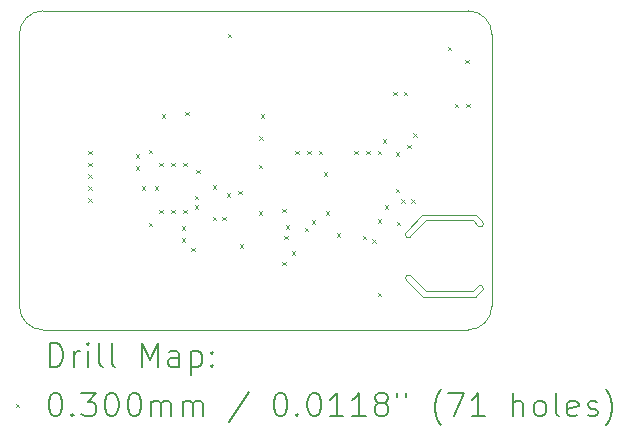
<source format=gbr>
%TF.GenerationSoftware,KiCad,Pcbnew,8.0.2*%
%TF.CreationDate,2024-05-05T20:12:36+02:00*%
%TF.ProjectId,sensor_board_voc_temp,73656e73-6f72-45f6-926f-6172645f766f,A*%
%TF.SameCoordinates,Original*%
%TF.FileFunction,Drillmap*%
%TF.FilePolarity,Positive*%
%FSLAX45Y45*%
G04 Gerber Fmt 4.5, Leading zero omitted, Abs format (unit mm)*
G04 Created by KiCad (PCBNEW 8.0.2) date 2024-05-05 20:12:36*
%MOMM*%
%LPD*%
G01*
G04 APERTURE LIST*
%ADD10C,0.050000*%
%ADD11C,0.200000*%
%ADD12C,0.100000*%
G04 APERTURE END LIST*
D10*
X6800000Y-3000000D02*
G75*
G02*
X7000000Y-3200000I0J-200000D01*
G01*
X6303889Y-5239213D02*
X6440785Y-5375463D01*
X6840173Y-5375011D01*
X6882322Y-5332322D01*
X6886111Y-5329213D01*
X6895123Y-5325480D01*
X6904877Y-5325480D01*
X6913889Y-5329213D01*
X6920787Y-5336111D01*
X6924520Y-5345123D01*
X6924520Y-5354877D01*
X6920787Y-5363889D01*
X6867678Y-5417678D01*
X6863890Y-5420786D01*
X6863889Y-5420787D01*
X6854877Y-5424520D01*
X6430000Y-5425000D01*
X6425123Y-5424520D01*
X6416111Y-5420787D01*
X6416090Y-5420766D01*
X6272322Y-5277678D01*
X6269213Y-5273889D01*
X6265480Y-5264877D01*
X6265480Y-5255123D01*
X6269213Y-5246111D01*
X6276111Y-5239213D01*
X6285123Y-5235480D01*
X6294877Y-5235480D01*
X6303889Y-5239213D01*
X7000000Y-5500000D02*
G75*
G02*
X6800000Y-5700000I-200000J0D01*
G01*
X6854877Y-4725480D02*
X6863889Y-4729213D01*
X6863897Y-4729221D01*
X6917678Y-4782322D01*
X6920787Y-4786111D01*
X6924520Y-4795123D01*
X6924520Y-4804877D01*
X6920787Y-4813889D01*
X6913889Y-4820787D01*
X6904877Y-4824520D01*
X6895123Y-4824520D01*
X6886111Y-4820787D01*
X6839269Y-4774537D01*
X6439739Y-4774989D01*
X6307678Y-4907678D01*
X6303889Y-4910787D01*
X6294877Y-4914520D01*
X6285123Y-4914520D01*
X6276111Y-4910787D01*
X6269213Y-4903889D01*
X6265480Y-4894877D01*
X6265480Y-4885123D01*
X6269213Y-4876111D01*
X6412322Y-4732322D01*
X6416110Y-4729214D01*
X6416111Y-4729213D01*
X6425123Y-4725480D01*
X6850000Y-4725000D01*
X6854877Y-4725480D01*
X3000000Y-3200000D02*
G75*
G02*
X3200000Y-3000000I200000J0D01*
G01*
X3000000Y-5500000D02*
X3000000Y-3200000D01*
X7000000Y-3200000D02*
X7000000Y-5500000D01*
X3200000Y-5700000D02*
G75*
G02*
X3000000Y-5500000I0J200000D01*
G01*
X3200000Y-3000000D02*
X6800000Y-3000000D01*
X6800000Y-5700000D02*
X3200000Y-5700000D01*
D11*
D12*
X3585000Y-4185000D02*
X3615000Y-4215000D01*
X3615000Y-4185000D02*
X3585000Y-4215000D01*
X3585000Y-4285000D02*
X3615000Y-4315000D01*
X3615000Y-4285000D02*
X3585000Y-4315000D01*
X3585000Y-4385000D02*
X3615000Y-4415000D01*
X3615000Y-4385000D02*
X3585000Y-4415000D01*
X3585000Y-4485000D02*
X3615000Y-4515000D01*
X3615000Y-4485000D02*
X3585000Y-4515000D01*
X3585000Y-4585000D02*
X3615000Y-4615000D01*
X3615000Y-4585000D02*
X3585000Y-4615000D01*
X3985000Y-4215000D02*
X4015000Y-4245000D01*
X4015000Y-4215000D02*
X3985000Y-4245000D01*
X3985000Y-4315000D02*
X4015000Y-4345000D01*
X4015000Y-4315000D02*
X3985000Y-4345000D01*
X4035000Y-4485000D02*
X4065000Y-4515000D01*
X4065000Y-4485000D02*
X4035000Y-4515000D01*
X4095000Y-4175000D02*
X4125000Y-4205000D01*
X4125000Y-4175000D02*
X4095000Y-4205000D01*
X4095000Y-4795000D02*
X4125000Y-4825000D01*
X4125000Y-4795000D02*
X4095000Y-4825000D01*
X4145000Y-4485000D02*
X4175000Y-4515000D01*
X4175000Y-4485000D02*
X4145000Y-4515000D01*
X4185000Y-4285000D02*
X4215000Y-4315000D01*
X4215000Y-4285000D02*
X4185000Y-4315000D01*
X4185000Y-4685000D02*
X4215000Y-4715000D01*
X4215000Y-4685000D02*
X4185000Y-4715000D01*
X4205000Y-3875000D02*
X4235000Y-3905000D01*
X4235000Y-3875000D02*
X4205000Y-3905000D01*
X4285000Y-4285000D02*
X4315000Y-4315000D01*
X4315000Y-4285000D02*
X4285000Y-4315000D01*
X4285000Y-4685000D02*
X4315000Y-4715000D01*
X4315000Y-4685000D02*
X4285000Y-4715000D01*
X4375000Y-4825000D02*
X4405000Y-4855000D01*
X4405000Y-4825000D02*
X4375000Y-4855000D01*
X4375000Y-4925000D02*
X4405000Y-4955000D01*
X4405000Y-4925000D02*
X4375000Y-4955000D01*
X4385000Y-4285000D02*
X4415000Y-4315000D01*
X4415000Y-4285000D02*
X4385000Y-4315000D01*
X4385000Y-4685000D02*
X4415000Y-4715000D01*
X4415000Y-4685000D02*
X4385000Y-4715000D01*
X4405000Y-3855000D02*
X4435000Y-3885000D01*
X4435000Y-3855000D02*
X4405000Y-3885000D01*
X4455000Y-5005000D02*
X4485000Y-5035000D01*
X4485000Y-5005000D02*
X4455000Y-5035000D01*
X4485000Y-4565000D02*
X4515000Y-4595000D01*
X4515000Y-4565000D02*
X4485000Y-4595000D01*
X4485000Y-4645000D02*
X4515000Y-4675000D01*
X4515000Y-4645000D02*
X4485000Y-4675000D01*
X4495000Y-4345000D02*
X4525000Y-4375000D01*
X4525000Y-4345000D02*
X4495000Y-4375000D01*
X4635000Y-4475000D02*
X4665000Y-4505000D01*
X4665000Y-4475000D02*
X4635000Y-4505000D01*
X4635000Y-4745000D02*
X4665000Y-4775000D01*
X4665000Y-4745000D02*
X4635000Y-4775000D01*
X4715000Y-4745000D02*
X4745000Y-4775000D01*
X4745000Y-4745000D02*
X4715000Y-4775000D01*
X4755000Y-4545000D02*
X4785000Y-4575000D01*
X4785000Y-4545000D02*
X4755000Y-4575000D01*
X4765000Y-3195000D02*
X4795000Y-3225000D01*
X4795000Y-3195000D02*
X4765000Y-3225000D01*
X4855000Y-4525000D02*
X4885000Y-4555000D01*
X4885000Y-4525000D02*
X4855000Y-4555000D01*
X4865000Y-4975000D02*
X4895000Y-5005000D01*
X4895000Y-4975000D02*
X4865000Y-5005000D01*
X5025000Y-4305000D02*
X5055000Y-4335000D01*
X5055000Y-4305000D02*
X5025000Y-4335000D01*
X5025000Y-4695000D02*
X5055000Y-4725000D01*
X5055000Y-4695000D02*
X5025000Y-4725000D01*
X5032143Y-4061791D02*
X5062143Y-4091791D01*
X5062143Y-4061791D02*
X5032143Y-4091791D01*
X5045000Y-3875000D02*
X5075000Y-3905000D01*
X5075000Y-3875000D02*
X5045000Y-3905000D01*
X5225000Y-4675000D02*
X5255000Y-4705000D01*
X5255000Y-4675000D02*
X5225000Y-4705000D01*
X5225000Y-5125000D02*
X5255000Y-5155000D01*
X5255000Y-5125000D02*
X5225000Y-5155000D01*
X5240000Y-4905147D02*
X5270000Y-4935147D01*
X5270000Y-4905147D02*
X5240000Y-4935147D01*
X5255000Y-4815000D02*
X5285000Y-4845000D01*
X5285000Y-4815000D02*
X5255000Y-4845000D01*
X5305000Y-5035000D02*
X5335000Y-5065000D01*
X5335000Y-5035000D02*
X5305000Y-5065000D01*
X5335000Y-4185000D02*
X5365000Y-4215000D01*
X5365000Y-4185000D02*
X5335000Y-4215000D01*
X5415000Y-4835000D02*
X5445000Y-4865000D01*
X5445000Y-4835000D02*
X5415000Y-4865000D01*
X5435000Y-4185000D02*
X5465000Y-4215000D01*
X5465000Y-4185000D02*
X5435000Y-4215000D01*
X5475000Y-4775000D02*
X5505000Y-4805000D01*
X5505000Y-4775000D02*
X5475000Y-4805000D01*
X5535000Y-4185000D02*
X5565000Y-4215000D01*
X5565000Y-4185000D02*
X5535000Y-4215000D01*
X5575000Y-4365000D02*
X5605000Y-4395000D01*
X5605000Y-4365000D02*
X5575000Y-4395000D01*
X5595000Y-4695000D02*
X5625000Y-4725000D01*
X5625000Y-4695000D02*
X5595000Y-4725000D01*
X5685000Y-4885000D02*
X5715000Y-4915000D01*
X5715000Y-4885000D02*
X5685000Y-4915000D01*
X5835000Y-4185000D02*
X5865000Y-4215000D01*
X5865000Y-4185000D02*
X5835000Y-4215000D01*
X5905000Y-4905000D02*
X5935000Y-4935000D01*
X5935000Y-4905000D02*
X5905000Y-4935000D01*
X5935000Y-4185000D02*
X5965000Y-4215000D01*
X5965000Y-4185000D02*
X5935000Y-4215000D01*
X5985000Y-4935000D02*
X6015000Y-4965000D01*
X6015000Y-4935000D02*
X5985000Y-4965000D01*
X6035000Y-4185000D02*
X6065000Y-4215000D01*
X6065000Y-4185000D02*
X6035000Y-4215000D01*
X6035000Y-4765000D02*
X6065000Y-4795000D01*
X6065000Y-4765000D02*
X6035000Y-4795000D01*
X6035000Y-5385000D02*
X6065000Y-5415000D01*
X6065000Y-5385000D02*
X6035000Y-5415000D01*
X6075000Y-4085000D02*
X6105000Y-4115000D01*
X6105000Y-4085000D02*
X6075000Y-4115000D01*
X6092573Y-4647427D02*
X6122573Y-4677427D01*
X6122573Y-4647427D02*
X6092573Y-4677427D01*
X6165000Y-3685000D02*
X6195000Y-3715000D01*
X6195000Y-3685000D02*
X6165000Y-3715000D01*
X6185000Y-4195000D02*
X6215000Y-4225000D01*
X6215000Y-4195000D02*
X6185000Y-4225000D01*
X6185000Y-4505000D02*
X6215000Y-4535000D01*
X6215000Y-4505000D02*
X6185000Y-4535000D01*
X6195000Y-4785000D02*
X6225000Y-4815000D01*
X6225000Y-4785000D02*
X6195000Y-4815000D01*
X6235000Y-4595000D02*
X6265000Y-4625000D01*
X6265000Y-4595000D02*
X6235000Y-4625000D01*
X6255000Y-3685000D02*
X6285000Y-3715000D01*
X6285000Y-3685000D02*
X6255000Y-3715000D01*
X6285000Y-4135000D02*
X6315000Y-4165000D01*
X6315000Y-4135000D02*
X6285000Y-4165000D01*
X6317426Y-4597427D02*
X6347426Y-4627427D01*
X6347426Y-4597427D02*
X6317426Y-4627427D01*
X6335000Y-4035000D02*
X6365000Y-4065000D01*
X6365000Y-4035000D02*
X6335000Y-4065000D01*
X6625000Y-3305000D02*
X6655000Y-3335000D01*
X6655000Y-3305000D02*
X6625000Y-3335000D01*
X6685000Y-3785000D02*
X6715000Y-3815000D01*
X6715000Y-3785000D02*
X6685000Y-3815000D01*
X6775000Y-3415000D02*
X6805000Y-3445000D01*
X6805000Y-3415000D02*
X6775000Y-3445000D01*
X6785000Y-3785000D02*
X6815000Y-3815000D01*
X6815000Y-3785000D02*
X6785000Y-3815000D01*
D11*
X3258277Y-6013984D02*
X3258277Y-5813984D01*
X3258277Y-5813984D02*
X3305896Y-5813984D01*
X3305896Y-5813984D02*
X3334467Y-5823508D01*
X3334467Y-5823508D02*
X3353515Y-5842555D01*
X3353515Y-5842555D02*
X3363039Y-5861603D01*
X3363039Y-5861603D02*
X3372562Y-5899698D01*
X3372562Y-5899698D02*
X3372562Y-5928269D01*
X3372562Y-5928269D02*
X3363039Y-5966365D01*
X3363039Y-5966365D02*
X3353515Y-5985412D01*
X3353515Y-5985412D02*
X3334467Y-6004460D01*
X3334467Y-6004460D02*
X3305896Y-6013984D01*
X3305896Y-6013984D02*
X3258277Y-6013984D01*
X3458277Y-6013984D02*
X3458277Y-5880650D01*
X3458277Y-5918746D02*
X3467801Y-5899698D01*
X3467801Y-5899698D02*
X3477324Y-5890174D01*
X3477324Y-5890174D02*
X3496372Y-5880650D01*
X3496372Y-5880650D02*
X3515420Y-5880650D01*
X3582086Y-6013984D02*
X3582086Y-5880650D01*
X3582086Y-5813984D02*
X3572562Y-5823508D01*
X3572562Y-5823508D02*
X3582086Y-5833031D01*
X3582086Y-5833031D02*
X3591610Y-5823508D01*
X3591610Y-5823508D02*
X3582086Y-5813984D01*
X3582086Y-5813984D02*
X3582086Y-5833031D01*
X3705896Y-6013984D02*
X3686848Y-6004460D01*
X3686848Y-6004460D02*
X3677324Y-5985412D01*
X3677324Y-5985412D02*
X3677324Y-5813984D01*
X3810658Y-6013984D02*
X3791610Y-6004460D01*
X3791610Y-6004460D02*
X3782086Y-5985412D01*
X3782086Y-5985412D02*
X3782086Y-5813984D01*
X4039229Y-6013984D02*
X4039229Y-5813984D01*
X4039229Y-5813984D02*
X4105896Y-5956841D01*
X4105896Y-5956841D02*
X4172562Y-5813984D01*
X4172562Y-5813984D02*
X4172562Y-6013984D01*
X4353515Y-6013984D02*
X4353515Y-5909222D01*
X4353515Y-5909222D02*
X4343991Y-5890174D01*
X4343991Y-5890174D02*
X4324944Y-5880650D01*
X4324944Y-5880650D02*
X4286848Y-5880650D01*
X4286848Y-5880650D02*
X4267801Y-5890174D01*
X4353515Y-6004460D02*
X4334467Y-6013984D01*
X4334467Y-6013984D02*
X4286848Y-6013984D01*
X4286848Y-6013984D02*
X4267801Y-6004460D01*
X4267801Y-6004460D02*
X4258277Y-5985412D01*
X4258277Y-5985412D02*
X4258277Y-5966365D01*
X4258277Y-5966365D02*
X4267801Y-5947317D01*
X4267801Y-5947317D02*
X4286848Y-5937793D01*
X4286848Y-5937793D02*
X4334467Y-5937793D01*
X4334467Y-5937793D02*
X4353515Y-5928269D01*
X4448753Y-5880650D02*
X4448753Y-6080650D01*
X4448753Y-5890174D02*
X4467801Y-5880650D01*
X4467801Y-5880650D02*
X4505896Y-5880650D01*
X4505896Y-5880650D02*
X4524944Y-5890174D01*
X4524944Y-5890174D02*
X4534467Y-5899698D01*
X4534467Y-5899698D02*
X4543991Y-5918746D01*
X4543991Y-5918746D02*
X4543991Y-5975888D01*
X4543991Y-5975888D02*
X4534467Y-5994936D01*
X4534467Y-5994936D02*
X4524944Y-6004460D01*
X4524944Y-6004460D02*
X4505896Y-6013984D01*
X4505896Y-6013984D02*
X4467801Y-6013984D01*
X4467801Y-6013984D02*
X4448753Y-6004460D01*
X4629705Y-5994936D02*
X4639229Y-6004460D01*
X4639229Y-6004460D02*
X4629705Y-6013984D01*
X4629705Y-6013984D02*
X4620182Y-6004460D01*
X4620182Y-6004460D02*
X4629705Y-5994936D01*
X4629705Y-5994936D02*
X4629705Y-6013984D01*
X4629705Y-5890174D02*
X4639229Y-5899698D01*
X4639229Y-5899698D02*
X4629705Y-5909222D01*
X4629705Y-5909222D02*
X4620182Y-5899698D01*
X4620182Y-5899698D02*
X4629705Y-5890174D01*
X4629705Y-5890174D02*
X4629705Y-5909222D01*
D12*
X2967500Y-6327500D02*
X2997500Y-6357500D01*
X2997500Y-6327500D02*
X2967500Y-6357500D01*
D11*
X3296372Y-6233984D02*
X3315420Y-6233984D01*
X3315420Y-6233984D02*
X3334467Y-6243508D01*
X3334467Y-6243508D02*
X3343991Y-6253031D01*
X3343991Y-6253031D02*
X3353515Y-6272079D01*
X3353515Y-6272079D02*
X3363039Y-6310174D01*
X3363039Y-6310174D02*
X3363039Y-6357793D01*
X3363039Y-6357793D02*
X3353515Y-6395888D01*
X3353515Y-6395888D02*
X3343991Y-6414936D01*
X3343991Y-6414936D02*
X3334467Y-6424460D01*
X3334467Y-6424460D02*
X3315420Y-6433984D01*
X3315420Y-6433984D02*
X3296372Y-6433984D01*
X3296372Y-6433984D02*
X3277324Y-6424460D01*
X3277324Y-6424460D02*
X3267801Y-6414936D01*
X3267801Y-6414936D02*
X3258277Y-6395888D01*
X3258277Y-6395888D02*
X3248753Y-6357793D01*
X3248753Y-6357793D02*
X3248753Y-6310174D01*
X3248753Y-6310174D02*
X3258277Y-6272079D01*
X3258277Y-6272079D02*
X3267801Y-6253031D01*
X3267801Y-6253031D02*
X3277324Y-6243508D01*
X3277324Y-6243508D02*
X3296372Y-6233984D01*
X3448753Y-6414936D02*
X3458277Y-6424460D01*
X3458277Y-6424460D02*
X3448753Y-6433984D01*
X3448753Y-6433984D02*
X3439229Y-6424460D01*
X3439229Y-6424460D02*
X3448753Y-6414936D01*
X3448753Y-6414936D02*
X3448753Y-6433984D01*
X3524943Y-6233984D02*
X3648753Y-6233984D01*
X3648753Y-6233984D02*
X3582086Y-6310174D01*
X3582086Y-6310174D02*
X3610658Y-6310174D01*
X3610658Y-6310174D02*
X3629705Y-6319698D01*
X3629705Y-6319698D02*
X3639229Y-6329222D01*
X3639229Y-6329222D02*
X3648753Y-6348269D01*
X3648753Y-6348269D02*
X3648753Y-6395888D01*
X3648753Y-6395888D02*
X3639229Y-6414936D01*
X3639229Y-6414936D02*
X3629705Y-6424460D01*
X3629705Y-6424460D02*
X3610658Y-6433984D01*
X3610658Y-6433984D02*
X3553515Y-6433984D01*
X3553515Y-6433984D02*
X3534467Y-6424460D01*
X3534467Y-6424460D02*
X3524943Y-6414936D01*
X3772562Y-6233984D02*
X3791610Y-6233984D01*
X3791610Y-6233984D02*
X3810658Y-6243508D01*
X3810658Y-6243508D02*
X3820182Y-6253031D01*
X3820182Y-6253031D02*
X3829705Y-6272079D01*
X3829705Y-6272079D02*
X3839229Y-6310174D01*
X3839229Y-6310174D02*
X3839229Y-6357793D01*
X3839229Y-6357793D02*
X3829705Y-6395888D01*
X3829705Y-6395888D02*
X3820182Y-6414936D01*
X3820182Y-6414936D02*
X3810658Y-6424460D01*
X3810658Y-6424460D02*
X3791610Y-6433984D01*
X3791610Y-6433984D02*
X3772562Y-6433984D01*
X3772562Y-6433984D02*
X3753515Y-6424460D01*
X3753515Y-6424460D02*
X3743991Y-6414936D01*
X3743991Y-6414936D02*
X3734467Y-6395888D01*
X3734467Y-6395888D02*
X3724943Y-6357793D01*
X3724943Y-6357793D02*
X3724943Y-6310174D01*
X3724943Y-6310174D02*
X3734467Y-6272079D01*
X3734467Y-6272079D02*
X3743991Y-6253031D01*
X3743991Y-6253031D02*
X3753515Y-6243508D01*
X3753515Y-6243508D02*
X3772562Y-6233984D01*
X3963039Y-6233984D02*
X3982086Y-6233984D01*
X3982086Y-6233984D02*
X4001134Y-6243508D01*
X4001134Y-6243508D02*
X4010658Y-6253031D01*
X4010658Y-6253031D02*
X4020182Y-6272079D01*
X4020182Y-6272079D02*
X4029705Y-6310174D01*
X4029705Y-6310174D02*
X4029705Y-6357793D01*
X4029705Y-6357793D02*
X4020182Y-6395888D01*
X4020182Y-6395888D02*
X4010658Y-6414936D01*
X4010658Y-6414936D02*
X4001134Y-6424460D01*
X4001134Y-6424460D02*
X3982086Y-6433984D01*
X3982086Y-6433984D02*
X3963039Y-6433984D01*
X3963039Y-6433984D02*
X3943991Y-6424460D01*
X3943991Y-6424460D02*
X3934467Y-6414936D01*
X3934467Y-6414936D02*
X3924943Y-6395888D01*
X3924943Y-6395888D02*
X3915420Y-6357793D01*
X3915420Y-6357793D02*
X3915420Y-6310174D01*
X3915420Y-6310174D02*
X3924943Y-6272079D01*
X3924943Y-6272079D02*
X3934467Y-6253031D01*
X3934467Y-6253031D02*
X3943991Y-6243508D01*
X3943991Y-6243508D02*
X3963039Y-6233984D01*
X4115420Y-6433984D02*
X4115420Y-6300650D01*
X4115420Y-6319698D02*
X4124943Y-6310174D01*
X4124943Y-6310174D02*
X4143991Y-6300650D01*
X4143991Y-6300650D02*
X4172563Y-6300650D01*
X4172563Y-6300650D02*
X4191610Y-6310174D01*
X4191610Y-6310174D02*
X4201134Y-6329222D01*
X4201134Y-6329222D02*
X4201134Y-6433984D01*
X4201134Y-6329222D02*
X4210658Y-6310174D01*
X4210658Y-6310174D02*
X4229705Y-6300650D01*
X4229705Y-6300650D02*
X4258277Y-6300650D01*
X4258277Y-6300650D02*
X4277325Y-6310174D01*
X4277325Y-6310174D02*
X4286848Y-6329222D01*
X4286848Y-6329222D02*
X4286848Y-6433984D01*
X4382086Y-6433984D02*
X4382086Y-6300650D01*
X4382086Y-6319698D02*
X4391610Y-6310174D01*
X4391610Y-6310174D02*
X4410658Y-6300650D01*
X4410658Y-6300650D02*
X4439229Y-6300650D01*
X4439229Y-6300650D02*
X4458277Y-6310174D01*
X4458277Y-6310174D02*
X4467801Y-6329222D01*
X4467801Y-6329222D02*
X4467801Y-6433984D01*
X4467801Y-6329222D02*
X4477325Y-6310174D01*
X4477325Y-6310174D02*
X4496372Y-6300650D01*
X4496372Y-6300650D02*
X4524944Y-6300650D01*
X4524944Y-6300650D02*
X4543991Y-6310174D01*
X4543991Y-6310174D02*
X4553515Y-6329222D01*
X4553515Y-6329222D02*
X4553515Y-6433984D01*
X4943991Y-6224460D02*
X4772563Y-6481603D01*
X5201134Y-6233984D02*
X5220182Y-6233984D01*
X5220182Y-6233984D02*
X5239229Y-6243508D01*
X5239229Y-6243508D02*
X5248753Y-6253031D01*
X5248753Y-6253031D02*
X5258277Y-6272079D01*
X5258277Y-6272079D02*
X5267801Y-6310174D01*
X5267801Y-6310174D02*
X5267801Y-6357793D01*
X5267801Y-6357793D02*
X5258277Y-6395888D01*
X5258277Y-6395888D02*
X5248753Y-6414936D01*
X5248753Y-6414936D02*
X5239229Y-6424460D01*
X5239229Y-6424460D02*
X5220182Y-6433984D01*
X5220182Y-6433984D02*
X5201134Y-6433984D01*
X5201134Y-6433984D02*
X5182087Y-6424460D01*
X5182087Y-6424460D02*
X5172563Y-6414936D01*
X5172563Y-6414936D02*
X5163039Y-6395888D01*
X5163039Y-6395888D02*
X5153515Y-6357793D01*
X5153515Y-6357793D02*
X5153515Y-6310174D01*
X5153515Y-6310174D02*
X5163039Y-6272079D01*
X5163039Y-6272079D02*
X5172563Y-6253031D01*
X5172563Y-6253031D02*
X5182087Y-6243508D01*
X5182087Y-6243508D02*
X5201134Y-6233984D01*
X5353515Y-6414936D02*
X5363039Y-6424460D01*
X5363039Y-6424460D02*
X5353515Y-6433984D01*
X5353515Y-6433984D02*
X5343991Y-6424460D01*
X5343991Y-6424460D02*
X5353515Y-6414936D01*
X5353515Y-6414936D02*
X5353515Y-6433984D01*
X5486848Y-6233984D02*
X5505896Y-6233984D01*
X5505896Y-6233984D02*
X5524944Y-6243508D01*
X5524944Y-6243508D02*
X5534468Y-6253031D01*
X5534468Y-6253031D02*
X5543991Y-6272079D01*
X5543991Y-6272079D02*
X5553515Y-6310174D01*
X5553515Y-6310174D02*
X5553515Y-6357793D01*
X5553515Y-6357793D02*
X5543991Y-6395888D01*
X5543991Y-6395888D02*
X5534468Y-6414936D01*
X5534468Y-6414936D02*
X5524944Y-6424460D01*
X5524944Y-6424460D02*
X5505896Y-6433984D01*
X5505896Y-6433984D02*
X5486848Y-6433984D01*
X5486848Y-6433984D02*
X5467801Y-6424460D01*
X5467801Y-6424460D02*
X5458277Y-6414936D01*
X5458277Y-6414936D02*
X5448753Y-6395888D01*
X5448753Y-6395888D02*
X5439229Y-6357793D01*
X5439229Y-6357793D02*
X5439229Y-6310174D01*
X5439229Y-6310174D02*
X5448753Y-6272079D01*
X5448753Y-6272079D02*
X5458277Y-6253031D01*
X5458277Y-6253031D02*
X5467801Y-6243508D01*
X5467801Y-6243508D02*
X5486848Y-6233984D01*
X5743991Y-6433984D02*
X5629706Y-6433984D01*
X5686848Y-6433984D02*
X5686848Y-6233984D01*
X5686848Y-6233984D02*
X5667801Y-6262555D01*
X5667801Y-6262555D02*
X5648753Y-6281603D01*
X5648753Y-6281603D02*
X5629706Y-6291127D01*
X5934467Y-6433984D02*
X5820182Y-6433984D01*
X5877325Y-6433984D02*
X5877325Y-6233984D01*
X5877325Y-6233984D02*
X5858277Y-6262555D01*
X5858277Y-6262555D02*
X5839229Y-6281603D01*
X5839229Y-6281603D02*
X5820182Y-6291127D01*
X6048753Y-6319698D02*
X6029706Y-6310174D01*
X6029706Y-6310174D02*
X6020182Y-6300650D01*
X6020182Y-6300650D02*
X6010658Y-6281603D01*
X6010658Y-6281603D02*
X6010658Y-6272079D01*
X6010658Y-6272079D02*
X6020182Y-6253031D01*
X6020182Y-6253031D02*
X6029706Y-6243508D01*
X6029706Y-6243508D02*
X6048753Y-6233984D01*
X6048753Y-6233984D02*
X6086848Y-6233984D01*
X6086848Y-6233984D02*
X6105896Y-6243508D01*
X6105896Y-6243508D02*
X6115420Y-6253031D01*
X6115420Y-6253031D02*
X6124944Y-6272079D01*
X6124944Y-6272079D02*
X6124944Y-6281603D01*
X6124944Y-6281603D02*
X6115420Y-6300650D01*
X6115420Y-6300650D02*
X6105896Y-6310174D01*
X6105896Y-6310174D02*
X6086848Y-6319698D01*
X6086848Y-6319698D02*
X6048753Y-6319698D01*
X6048753Y-6319698D02*
X6029706Y-6329222D01*
X6029706Y-6329222D02*
X6020182Y-6338746D01*
X6020182Y-6338746D02*
X6010658Y-6357793D01*
X6010658Y-6357793D02*
X6010658Y-6395888D01*
X6010658Y-6395888D02*
X6020182Y-6414936D01*
X6020182Y-6414936D02*
X6029706Y-6424460D01*
X6029706Y-6424460D02*
X6048753Y-6433984D01*
X6048753Y-6433984D02*
X6086848Y-6433984D01*
X6086848Y-6433984D02*
X6105896Y-6424460D01*
X6105896Y-6424460D02*
X6115420Y-6414936D01*
X6115420Y-6414936D02*
X6124944Y-6395888D01*
X6124944Y-6395888D02*
X6124944Y-6357793D01*
X6124944Y-6357793D02*
X6115420Y-6338746D01*
X6115420Y-6338746D02*
X6105896Y-6329222D01*
X6105896Y-6329222D02*
X6086848Y-6319698D01*
X6201134Y-6233984D02*
X6201134Y-6272079D01*
X6277325Y-6233984D02*
X6277325Y-6272079D01*
X6572563Y-6510174D02*
X6563039Y-6500650D01*
X6563039Y-6500650D02*
X6543991Y-6472079D01*
X6543991Y-6472079D02*
X6534468Y-6453031D01*
X6534468Y-6453031D02*
X6524944Y-6424460D01*
X6524944Y-6424460D02*
X6515420Y-6376841D01*
X6515420Y-6376841D02*
X6515420Y-6338746D01*
X6515420Y-6338746D02*
X6524944Y-6291127D01*
X6524944Y-6291127D02*
X6534468Y-6262555D01*
X6534468Y-6262555D02*
X6543991Y-6243508D01*
X6543991Y-6243508D02*
X6563039Y-6214936D01*
X6563039Y-6214936D02*
X6572563Y-6205412D01*
X6629706Y-6233984D02*
X6763039Y-6233984D01*
X6763039Y-6233984D02*
X6677325Y-6433984D01*
X6943991Y-6433984D02*
X6829706Y-6433984D01*
X6886848Y-6433984D02*
X6886848Y-6233984D01*
X6886848Y-6233984D02*
X6867801Y-6262555D01*
X6867801Y-6262555D02*
X6848753Y-6281603D01*
X6848753Y-6281603D02*
X6829706Y-6291127D01*
X7182087Y-6433984D02*
X7182087Y-6233984D01*
X7267801Y-6433984D02*
X7267801Y-6329222D01*
X7267801Y-6329222D02*
X7258277Y-6310174D01*
X7258277Y-6310174D02*
X7239230Y-6300650D01*
X7239230Y-6300650D02*
X7210658Y-6300650D01*
X7210658Y-6300650D02*
X7191610Y-6310174D01*
X7191610Y-6310174D02*
X7182087Y-6319698D01*
X7391610Y-6433984D02*
X7372563Y-6424460D01*
X7372563Y-6424460D02*
X7363039Y-6414936D01*
X7363039Y-6414936D02*
X7353515Y-6395888D01*
X7353515Y-6395888D02*
X7353515Y-6338746D01*
X7353515Y-6338746D02*
X7363039Y-6319698D01*
X7363039Y-6319698D02*
X7372563Y-6310174D01*
X7372563Y-6310174D02*
X7391610Y-6300650D01*
X7391610Y-6300650D02*
X7420182Y-6300650D01*
X7420182Y-6300650D02*
X7439230Y-6310174D01*
X7439230Y-6310174D02*
X7448753Y-6319698D01*
X7448753Y-6319698D02*
X7458277Y-6338746D01*
X7458277Y-6338746D02*
X7458277Y-6395888D01*
X7458277Y-6395888D02*
X7448753Y-6414936D01*
X7448753Y-6414936D02*
X7439230Y-6424460D01*
X7439230Y-6424460D02*
X7420182Y-6433984D01*
X7420182Y-6433984D02*
X7391610Y-6433984D01*
X7572563Y-6433984D02*
X7553515Y-6424460D01*
X7553515Y-6424460D02*
X7543991Y-6405412D01*
X7543991Y-6405412D02*
X7543991Y-6233984D01*
X7724944Y-6424460D02*
X7705896Y-6433984D01*
X7705896Y-6433984D02*
X7667801Y-6433984D01*
X7667801Y-6433984D02*
X7648753Y-6424460D01*
X7648753Y-6424460D02*
X7639230Y-6405412D01*
X7639230Y-6405412D02*
X7639230Y-6329222D01*
X7639230Y-6329222D02*
X7648753Y-6310174D01*
X7648753Y-6310174D02*
X7667801Y-6300650D01*
X7667801Y-6300650D02*
X7705896Y-6300650D01*
X7705896Y-6300650D02*
X7724944Y-6310174D01*
X7724944Y-6310174D02*
X7734468Y-6329222D01*
X7734468Y-6329222D02*
X7734468Y-6348269D01*
X7734468Y-6348269D02*
X7639230Y-6367317D01*
X7810658Y-6424460D02*
X7829706Y-6433984D01*
X7829706Y-6433984D02*
X7867801Y-6433984D01*
X7867801Y-6433984D02*
X7886849Y-6424460D01*
X7886849Y-6424460D02*
X7896372Y-6405412D01*
X7896372Y-6405412D02*
X7896372Y-6395888D01*
X7896372Y-6395888D02*
X7886849Y-6376841D01*
X7886849Y-6376841D02*
X7867801Y-6367317D01*
X7867801Y-6367317D02*
X7839230Y-6367317D01*
X7839230Y-6367317D02*
X7820182Y-6357793D01*
X7820182Y-6357793D02*
X7810658Y-6338746D01*
X7810658Y-6338746D02*
X7810658Y-6329222D01*
X7810658Y-6329222D02*
X7820182Y-6310174D01*
X7820182Y-6310174D02*
X7839230Y-6300650D01*
X7839230Y-6300650D02*
X7867801Y-6300650D01*
X7867801Y-6300650D02*
X7886849Y-6310174D01*
X7963039Y-6510174D02*
X7972563Y-6500650D01*
X7972563Y-6500650D02*
X7991611Y-6472079D01*
X7991611Y-6472079D02*
X8001134Y-6453031D01*
X8001134Y-6453031D02*
X8010658Y-6424460D01*
X8010658Y-6424460D02*
X8020182Y-6376841D01*
X8020182Y-6376841D02*
X8020182Y-6338746D01*
X8020182Y-6338746D02*
X8010658Y-6291127D01*
X8010658Y-6291127D02*
X8001134Y-6262555D01*
X8001134Y-6262555D02*
X7991611Y-6243508D01*
X7991611Y-6243508D02*
X7972563Y-6214936D01*
X7972563Y-6214936D02*
X7963039Y-6205412D01*
M02*

</source>
